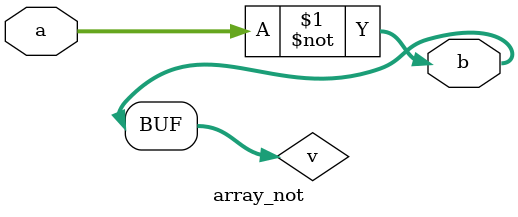
<source format=v>
module array_not (input [1:0] a, output [1:0] b);
    wire [1:0] v;
    assign v = ~a;
    assign b = v;
endmodule


</source>
